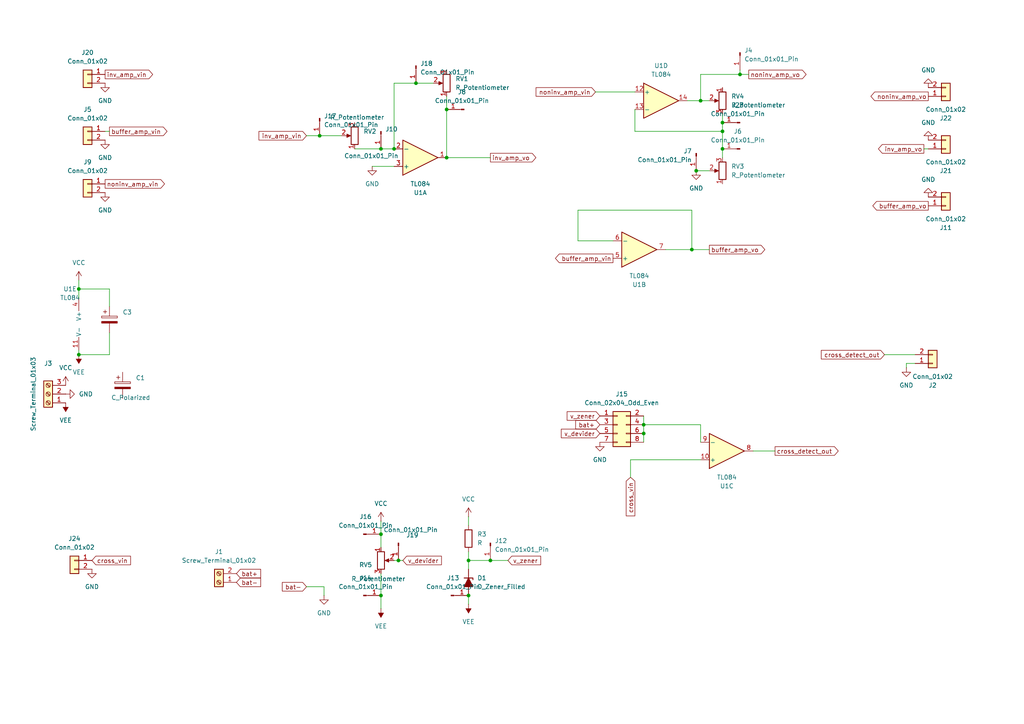
<source format=kicad_sch>
(kicad_sch (version 20250114) (generator "eeschema") (generator_version "9.0")
  (paper "A4")
  (lib_symbols
    (symbol "Amplifier_Operational:TL084" (pin_names (offset 0.127))
      (property "Reference" "U" (at 0 5.08 0))
      (property "Value" "TL084" (at 0 -5.08 0))
      (symbol "TL084_1_1"
        (polyline (pts (xy -5.08 5.08) (xy 5.08 0) (xy -5.08 -5.08) (xy -5.08 5.08)) (stroke (width 0.254)) (fill (type background)))
        (pin input line (at -7.62 2.54 0) (length 2.54) (name "+") (number "3"))
        (pin input line (at -7.62 -2.54 0) (length 2.54) (name "-") (number "2"))
        (pin output line (at 7.62 0 180) (length 2.54) (name "~") (number "1"))
      )
      (symbol "TL084_2_1"
        (polyline (pts (xy -5.08 5.08) (xy 5.08 0) (xy -5.08 -5.08) (xy -5.08 5.08)) (stroke (width 0.254)) (fill (type background)))
        (pin input line (at -7.62 2.54 0) (length 2.54) (name "+") (number "5"))
        (pin input line (at -7.62 -2.54 0) (length 2.54) (name "-") (number "6"))
        (pin output line (at 7.62 0 180) (length 2.54) (name "~") (number "7"))
      )
      (symbol "TL084_3_1"
        (polyline (pts (xy -5.08 5.08) (xy 5.08 0) (xy -5.08 -5.08) (xy -5.08 5.08)) (stroke (width 0.254)) (fill (type background)))
        (pin input line (at -7.62 2.54 0) (length 2.54) (name "+") (number "10"))
        (pin input line (at -7.62 -2.54 0) (length 2.54) (name "-") (number "9"))
        (pin output line (at 7.62 0 180) (length 2.54) (name "~") (number "8"))
      )
      (symbol "TL084_4_1"
        (polyline (pts (xy -5.08 5.08) (xy 5.08 0) (xy -5.08 -5.08) (xy -5.08 5.08)) (stroke (width 0.254)) (fill (type background)))
        (pin input line (at -7.62 2.54 0) (length 2.54) (name "+") (number "12"))
        (pin input line (at -7.62 -2.54 0) (length 2.54) (name "-") (number "13"))
        (pin output line (at 7.62 0 180) (length 2.54) (name "~") (number "14"))
      )
      (symbol "TL084_5_1"
        (pin power_in line (at -2.54 7.62 270) (length 3.81) (name "V+") (number "4"))
        (pin power_in line (at -2.54 -7.62 90) (length 3.81) (name "V-") (number "11"))
      )
    )
    (symbol "Connector:Conn_01x01_Pin" (pin_names (offset 1.016) (hide yes))
      (property "Reference" "J" (at 0 2.54 0))
      (property "Value" "Conn_01x01_Pin" (at 0 -2.54 0))
      (symbol "Conn_01x01_Pin_1_1"
        (rectangle (start 0.8636 0.127) (end 0 -0.127) (stroke (width 0.1524)) (fill (type outline)))
        (polyline (pts (xy 1.27 0) (xy 0.8636 0)) (stroke (width 0.1524)))
        (pin passive line (at 5.08 0 180) (length 3.81) (name "Pin_1") (number "1"))
      )
    )
    (symbol "Connector:Screw_Terminal_01x02" (pin_names (offset 1.016) (hide yes))
      (property "Reference" "J" (at 0 2.54 0))
      (property "Value" "Screw_Terminal_01x02" (at 0 -5.08 0))
      (symbol "Screw_Terminal_01x02_1_1"
        (rectangle (start -1.27 1.27) (end 1.27 -3.81) (stroke (width 0.254)) (fill (type background)))
        (polyline (pts (xy -0.5334 0.3302) (xy 0.3302 -0.508)) (stroke (width 0.1524)))
        (polyline (pts (xy -0.5334 -2.2098) (xy 0.3302 -3.048)) (stroke (width 0.1524)))
        (polyline (pts (xy -0.3556 0.508) (xy 0.508 -0.3302)) (stroke (width 0.1524)))
        (polyline (pts (xy -0.3556 -2.032) (xy 0.508 -2.8702)) (stroke (width 0.1524)))
        (circle (center 0 0) (radius 0.635) (stroke (width 0.1524)))
        (circle (center 0 -2.54) (radius 0.635) (stroke (width 0.1524)))
        (pin passive line (at -5.08 0 0) (length 3.81) (name "Pin_1") (number "1"))
        (pin passive line (at -5.08 -2.54 0) (length 3.81) (name "Pin_2") (number "2"))
      )
    )
    (symbol "Connector:Screw_Terminal_01x03" (pin_names (offset 1.016) (hide yes))
      (property "Reference" "J" (at 0 5.08 0))
      (property "Value" "Screw_Terminal_01x03" (at 0 -5.08 0))
      (symbol "Screw_Terminal_01x03_1_1"
        (rectangle (start -1.27 3.81) (end 1.27 -3.81) (stroke (width 0.254)) (fill (type background)))
        (polyline (pts (xy -0.5334 2.8702) (xy 0.3302 2.032)) (stroke (width 0.1524)))
        (polyline (pts (xy -0.5334 0.3302) (xy 0.3302 -0.508)) (stroke (width 0.1524)))
        (polyline (pts (xy -0.5334 -2.2098) (xy 0.3302 -3.048)) (stroke (width 0.1524)))
        (polyline (pts (xy -0.3556 3.048) (xy 0.508 2.2098)) (stroke (width 0.1524)))
        (polyline (pts (xy -0.3556 0.508) (xy 0.508 -0.3302)) (stroke (width 0.1524)))
        (polyline (pts (xy -0.3556 -2.032) (xy 0.508 -2.8702)) (stroke (width 0.1524)))
        (circle (center 0 2.54) (radius 0.635) (stroke (width 0.1524)))
        (circle (center 0 0) (radius 0.635) (stroke (width 0.1524)))
        (circle (center 0 -2.54) (radius 0.635) (stroke (width 0.1524)))
        (pin passive line (at -5.08 2.54 0) (length 3.81) (name "Pin_1") (number "1"))
        (pin passive line (at -5.08 0 0) (length 3.81) (name "Pin_2") (number "2"))
        (pin passive line (at -5.08 -2.54 0) (length 3.81) (name "Pin_3") (number "3"))
      )
    )
    (symbol "Connector_Generic:Conn_01x02" (pin_names (offset 1.016) (hide yes))
      (property "Reference" "J" (at 0 2.54 0))
      (property "Value" "Conn_01x02" (at 0 -5.08 0))
      (symbol "Conn_01x02_1_1"
        (rectangle (start -1.27 1.27) (end 1.27 -3.81) (stroke (width 0.254)) (fill (type background)))
        (rectangle (start -1.27 0.127) (end 0 -0.127) (stroke (width 0.1524)))
        (rectangle (start -1.27 -2.413) (end 0 -2.667) (stroke (width 0.1524)))
        (pin passive line (at -5.08 0 0) (length 3.81) (name "Pin_1") (number "1"))
        (pin passive line (at -5.08 -2.54 0) (length 3.81) (name "Pin_2") (number "2"))
      )
    )
    (symbol "Connector_Generic:Conn_02x04_Odd_Even" (pin_names (offset 1.016) (hide yes))
      (property "Reference" "J" (at 1.27 5.08 0))
      (property "Value" "Conn_02x04_Odd_Even" (at 1.27 -7.62 0))
      (symbol "Conn_02x04_Odd_Even_1_1"
        (rectangle (start -1.27 3.81) (end 3.81 -6.35) (stroke (width 0.254)) (fill (type background)))
        (rectangle (start -1.27 2.667) (end 0 2.413) (stroke (width 0.1524)))
        (rectangle (start -1.27 0.127) (end 0 -0.127) (stroke (width 0.1524)))
        (rectangle (start -1.27 -2.413) (end 0 -2.667) (stroke (width 0.1524)))
        (rectangle (start -1.27 -4.953) (end 0 -5.207) (stroke (width 0.1524)))
        (rectangle (start 3.81 2.667) (end 2.54 2.413) (stroke (width 0.1524)))
        (rectangle (start 3.81 0.127) (end 2.54 -0.127) (stroke (width 0.1524)))
        (rectangle (start 3.81 -2.413) (end 2.54 -2.667) (stroke (width 0.1524)))
        (rectangle (start 3.81 -4.953) (end 2.54 -5.207) (stroke (width 0.1524)))
        (pin passive line (at -5.08 2.54 0) (length 3.81) (name "Pin_1") (number "1"))
        (pin passive line (at -5.08 0 0) (length 3.81) (name "Pin_3") (number "3"))
        (pin passive line (at -5.08 -2.54 0) (length 3.81) (name "Pin_5") (number "5"))
        (pin passive line (at -5.08 -5.08 0) (length 3.81) (name "Pin_7") (number "7"))
        (pin passive line (at 7.62 2.54 180) (length 3.81) (name "Pin_2") (number "2"))
        (pin passive line (at 7.62 0 180) (length 3.81) (name "Pin_4") (number "4"))
        (pin passive line (at 7.62 -2.54 180) (length 3.81) (name "Pin_6") (number "6"))
        (pin passive line (at 7.62 -5.08 180) (length 3.81) (name "Pin_8") (number "8"))
      )
    )
    (symbol "Device:C_Polarized" (pin_numbers (hide yes)) (pin_names (offset 0.254))
      (property "Reference" "C" (at 0.635 2.54 0))
      (property "Value" "C_Polarized" (at 0.635 -2.54 0))
      (symbol "C_Polarized_0_1"
        (rectangle (start -2.286 0.508) (end 2.286 1.016))
        (polyline (pts (xy -1.778 2.286) (xy -0.762 2.286)))
        (polyline (pts (xy -1.27 2.794) (xy -1.27 1.778)))
        (rectangle (start 2.286 -0.508) (end -2.286 -1.016) (fill (type outline)))
      )
      (symbol "C_Polarized_1_1"
        (pin passive line (at 0 3.81 270) (length 2.794) (name "~") (number "1"))
        (pin passive line (at 0 -3.81 90) (length 2.794) (name "~") (number "2"))
      )
    )
    (symbol "Device:D_Zener_Filled" (pin_numbers (hide yes)) (pin_names (offset 1.016) (hide yes))
      (property "Reference" "D" (at 0 2.54 0))
      (property "Value" "D_Zener_Filled" (at 0 -2.54 0))
      (symbol "D_Zener_Filled_0_1"
        (polyline (pts (xy -1.27 -1.27) (xy -1.27 1.27) (xy -0.762 1.27)) (stroke (width 0.254)))
        (polyline (pts (xy 1.27 0) (xy -1.27 0)))
        (polyline (pts (xy 1.27 -1.27) (xy 1.27 1.27) (xy -1.27 0) (xy 1.27 -1.27)) (stroke (width 0.254)) (fill (type outline)))
      )
      (symbol "D_Zener_Filled_1_1"
        (pin passive line (at -3.81 0 0) (length 2.54) (name "K") (number "1"))
        (pin passive line (at 3.81 0 180) (length 2.54) (name "A") (number "2"))
      )
    )
    (symbol "Device:R" (pin_numbers (hide yes)) (pin_names (offset 0))
      (property "Reference" "R" (at 2.032 0 90))
      (property "Value" "R" (at 0 0 90))
      (symbol "R_0_1"
        (rectangle (start -1.016 -2.54) (end 1.016 2.54) (stroke (width 0.254)))
      )
      (symbol "R_1_1"
        (pin passive line (at 0 3.81 270) (length 1.27) (name "~") (number "1"))
        (pin passive line (at 0 -3.81 90) (length 1.27) (name "~") (number "2"))
      )
    )
    (symbol "Device:R_Potentiometer" (pin_names (offset 1.016) (hide yes))
      (property "Reference" "RV" (at -4.445 0 90))
      (property "Value" "R_Potentiometer" (at -2.54 0 90))
      (symbol "R_Potentiometer_0_1"
        (rectangle (start 1.016 2.54) (end -1.016 -2.54) (stroke (width 0.254)))
        (polyline (pts (xy 1.143 0) (xy 2.286 0.508) (xy 2.286 -0.508) (xy 1.143 0)) (fill (type outline)))
        (polyline (pts (xy 2.54 0) (xy 1.524 0)))
      )
      (symbol "R_Potentiometer_1_1"
        (pin passive line (at 0 3.81 270) (length 1.27) (name "1") (number "1"))
        (pin passive line (at 0 -3.81 90) (length 1.27) (name "3") (number "3"))
        (pin passive line (at 3.81 0 180) (length 1.27) (name "2") (number "2"))
      )
    )
    (symbol "power:GND" (power) (pin_numbers (hide yes)) (pin_names (offset 0) (hide yes))
      (property "Value" "GND" (at 0 -3.81 0))
      (symbol "GND_0_1"
        (polyline (pts (xy 0 0) (xy 0 -1.27) (xy 1.27 -1.27) (xy 0 -2.54) (xy -1.27 -1.27) (xy 0 -1.27)))
      )
      (symbol "GND_1_1"
        (pin power_in line (at 0 0 270) (length 0) (name "~") (number "1"))
      )
    )
    (symbol "power:VCC" (power) (pin_numbers (hide yes)) (pin_names (offset 0) (hide yes))
      (property "Value" "VCC" (at 0 3.556 0))
      (symbol "VCC_0_1"
        (polyline (pts (xy -0.762 1.27) (xy 0 2.54)))
        (polyline (pts (xy 0 2.54) (xy 0.762 1.27)))
        (polyline (pts (xy 0 0) (xy 0 2.54)))
      )
      (symbol "VCC_1_1"
        (pin power_in line (at 0 0 90) (length 0) (name "~") (number "1"))
      )
    )
    (symbol "power:VEE" (power) (pin_numbers (hide yes)) (pin_names (offset 0) (hide yes))
      (property "Value" "VEE" (at 0 3.556 0))
      (symbol "VEE_0_1"
        (polyline (pts (xy 0 0) (xy 0 2.54)))
        (polyline (pts (xy 0.762 1.27) (xy -0.762 1.27) (xy 0 2.54) (xy 0.762 1.27)) (fill (type outline)))
      )
      (symbol "VEE_1_1"
        (pin power_in line (at 0 0 90) (length 0) (name "~") (number "1"))
      )
    )
  )
  (junction (at 110.49 172.72))
  (junction (at 22.86 102.87))
  (junction (at 203.2 29.21))
  (junction (at 214.63 21.59))
  (junction (at 120.65 24.13))
  (junction (at 142.24 162.56))
  (junction (at 209.55 43.18))
  (junction (at 92.71 39.37))
  (junction (at 129.54 31.75))
  (junction (at 110.49 154.94))
  (junction (at 209.55 38.1))
  (junction (at 186.69 123.19))
  (junction (at 114.3 43.18))
  (junction (at 135.89 162.56))
  (junction (at 129.54 45.72))
  (junction (at 110.49 43.18))
  (junction (at 22.86 83.82))
  (junction (at 200.66 72.39))
  (junction (at 115.57 162.56))
  (junction (at 201.93 49.53))
  (junction (at 135.89 172.72))
  (junction (at 209.55 35.56))
  (junction (at 186.69 125.73))
  (wire (pts (xy 30.48 38.1) (xy 31.75 38.1)))
  (wire (pts (xy 129.54 31.75) (xy 129.54 27.94)))
  (wire (pts (xy 172.72 26.67) (xy 184.15 26.67)))
  (wire (pts (xy 114.3 24.13) (xy 120.65 24.13)))
  (wire (pts (xy 214.63 20.32) (xy 214.63 21.59)))
  (wire (pts (xy 200.66 72.39) (xy 205.74 72.39)))
  (wire (pts (xy 102.87 43.18) (xy 110.49 43.18)))
  (wire (pts (xy 129.54 45.72) (xy 129.54 31.75)))
  (wire (pts (xy 22.86 83.82) (xy 31.75 83.82)))
  (wire (pts (xy 88.9 39.37) (xy 92.71 39.37)))
  (wire (pts (xy 120.65 24.13) (xy 125.73 24.13)))
  (wire (pts (xy 203.2 29.21) (xy 205.74 29.21)))
  (wire (pts (xy 193.04 72.39) (xy 200.66 72.39)))
  (wire (pts (xy 209.55 35.56) (xy 209.55 38.1)))
  (wire (pts (xy 22.86 83.82) (xy 22.86 86.36)))
  (wire (pts (xy 110.49 166.37) (xy 110.49 172.72)))
  (wire (pts (xy 107.95 48.26) (xy 114.3 48.26)))
  (wire (pts (xy 88.9 170.18) (xy 93.98 170.18)))
  (wire (pts (xy 214.63 21.59) (xy 203.2 21.59)))
  (wire (pts (xy 262.89 106.68) (xy 262.89 105.41)))
  (wire (pts (xy 182.88 138.43) (xy 182.88 133.35)))
  (wire (pts (xy 142.24 162.56) (xy 147.32 162.56)))
  (wire (pts (xy 22.86 102.87) (xy 22.86 101.6)))
  (wire (pts (xy 201.93 49.53) (xy 205.74 49.53)))
  (wire (pts (xy 31.75 88.9) (xy 31.75 83.82)))
  (wire (pts (xy 209.55 33.02) (xy 209.55 35.56)))
  (wire (pts (xy 142.24 45.72) (xy 129.54 45.72)))
  (wire (pts (xy 135.89 149.86) (xy 135.89 152.4)))
  (wire (pts (xy 217.17 21.59) (xy 214.63 21.59)))
  (wire (pts (xy 224.79 130.81) (xy 218.44 130.81)))
  (wire (pts (xy 110.49 154.94) (xy 110.49 158.75)))
  (wire (pts (xy 269.24 43.18) (xy 267.97 43.18)))
  (wire (pts (xy 167.64 69.85) (xy 177.8 69.85)))
  (wire (pts (xy 256.54 102.87) (xy 265.43 102.87)))
  (wire (pts (xy 135.89 160.02) (xy 135.89 162.56)))
  (wire (pts (xy 262.89 105.41) (xy 265.43 105.41)))
  (wire (pts (xy 167.64 60.96) (xy 200.66 60.96)))
  (wire (pts (xy 22.86 102.87) (xy 31.75 102.87)))
  (wire (pts (xy 114.3 162.56) (xy 115.57 162.56)))
  (wire (pts (xy 184.15 38.1) (xy 209.55 38.1)))
  (wire (pts (xy 93.98 170.18) (xy 93.98 172.72)))
  (wire (pts (xy 31.75 96.52) (xy 31.75 102.87)))
  (wire (pts (xy 199.39 29.21) (xy 203.2 29.21)))
  (wire (pts (xy 115.57 162.56) (xy 116.84 162.56)))
  (wire (pts (xy 203.2 123.19) (xy 203.2 128.27)))
  (wire (pts (xy 92.71 39.37) (xy 99.06 39.37)))
  (wire (pts (xy 114.3 24.13) (xy 114.3 43.18)))
  (wire (pts (xy 209.55 38.1) (xy 209.55 43.18)))
  (wire (pts (xy 186.69 120.65) (xy 186.69 123.19)))
  (wire (pts (xy 110.49 172.72) (xy 110.49 176.53)))
  (wire (pts (xy 167.64 69.85) (xy 167.64 60.96)))
  (wire (pts (xy 186.69 125.73) (xy 186.69 128.27)))
  (wire (pts (xy 135.89 172.72) (xy 135.89 175.26)))
  (wire (pts (xy 110.49 43.18) (xy 114.3 43.18)))
  (wire (pts (xy 142.24 162.56) (xy 135.89 162.56)))
  (wire (pts (xy 203.2 21.59) (xy 203.2 29.21)))
  (wire (pts (xy 184.15 31.75) (xy 184.15 38.1)))
  (wire (pts (xy 200.66 60.96) (xy 200.66 72.39)))
  (wire (pts (xy 110.49 151.13) (xy 110.49 154.94)))
  (wire (pts (xy 135.89 162.56) (xy 135.89 165.1)))
  (wire (pts (xy 186.69 123.19) (xy 186.69 125.73)))
  (wire (pts (xy 186.69 123.19) (xy 203.2 123.19)))
  (wire (pts (xy 209.55 43.18) (xy 209.55 45.72)))
  (wire (pts (xy 22.86 81.28) (xy 22.86 83.82)))
  (wire (pts (xy 182.88 133.35) (xy 203.2 133.35)))
  (global_label "cross_vin" (shape input) (at 182.88 138.43 270) (property "Intersheetrefs" "${INTERSHEET_REFS}" (effects (hide yes))))
  (global_label "bat-" (shape input) (at 68.58 168.91 0) (property "Intersheetrefs" "${INTERSHEET_REFS}" (effects (hide yes))))
  (global_label "bat+" (shape input) (at 68.58 166.37 0) (property "Intersheetrefs" "${INTERSHEET_REFS}" (effects (hide yes))))
  (global_label "v_devider" (shape input) (at 173.99 125.73 180) (property "Intersheetrefs" "${INTERSHEET_REFS}" (effects (hide yes))))
  (global_label "v_devider" (shape input) (at 116.84 162.56 0) (property "Intersheetrefs" "${INTERSHEET_REFS}" (effects (hide yes))))
  (global_label "inv_amp_vin" (shape input) (at 88.9 39.37 180) (property "Intersheetrefs" "${INTERSHEET_REFS}" (effects (hide yes))))
  (global_label "inv_amp_vo" (shape output) (at 267.97 43.18 180) (property "Intersheetrefs" "${INTERSHEET_REFS}" (effects (hide yes))))
  (global_label "bat+" (shape input) (at 173.99 123.19 180) (property "Intersheetrefs" "${INTERSHEET_REFS}" (effects (hide yes))))
  (global_label "cross_detect_out" (shape output) (at 224.79 130.81 0) (property "Intersheetrefs" "${INTERSHEET_REFS}" (effects (hide yes))))
  (global_label "cross_vin" (shape input) (at 26.67 162.56 0) (property "Intersheetrefs" "${INTERSHEET_REFS}" (effects (hide yes))))
  (global_label "noninv_amp_vo" (shape output) (at 269.24 27.94 180) (property "Intersheetrefs" "${INTERSHEET_REFS}" (effects (hide yes))))
  (global_label "noninv_amp_vin" (shape input) (at 172.72 26.67 180) (property "Intersheetrefs" "${INTERSHEET_REFS}" (effects (hide yes))))
  (global_label "cross_detect_out" (shape input) (at 256.54 102.87 180) (property "Intersheetrefs" "${INTERSHEET_REFS}" (effects (hide yes))))
  (global_label "buffer_amp_vo" (shape output) (at 269.24 59.69 180) (property "Intersheetrefs" "${INTERSHEET_REFS}" (effects (hide yes))))
  (global_label "v_zener" (shape input) (at 173.99 120.65 180) (property "Intersheetrefs" "${INTERSHEET_REFS}" (effects (hide yes))))
  (global_label "noninv_amp_vo" (shape output) (at 217.17 21.59 0) (property "Intersheetrefs" "${INTERSHEET_REFS}" (effects (hide yes))))
  (global_label "bat-" (shape input) (at 88.9 170.18 180) (property "Intersheetrefs" "${INTERSHEET_REFS}" (effects (hide yes))))
  (global_label "noninv_amp_vin" (shape output) (at 30.48 53.34 0) (property "Intersheetrefs" "${INTERSHEET_REFS}" (effects (hide yes))))
  (global_label "inv_amp_vin" (shape output) (at 30.48 21.59 0) (property "Intersheetrefs" "${INTERSHEET_REFS}" (effects (hide yes))))
  (global_label "inv_amp_vo" (shape output) (at 142.24 45.72 0) (property "Intersheetrefs" "${INTERSHEET_REFS}" (effects (hide yes))))
  (global_label "buffer_amp_vin" (shape output) (at 31.75 38.1 0) (property "Intersheetrefs" "${INTERSHEET_REFS}" (effects (hide yes))))
  (global_label "v_zener" (shape input) (at 147.32 162.56 0) (property "Intersheetrefs" "${INTERSHEET_REFS}" (effects (hide yes))))
  (global_label "buffer_amp_vin" (shape output) (at 177.8 74.93 180) (property "Intersheetrefs" "${INTERSHEET_REFS}" (effects (hide yes))))
  (global_label "buffer_amp_vo" (shape output) (at 205.74 72.39 0) (property "Intersheetrefs" "${INTERSHEET_REFS}" (effects (hide yes))))
  (symbol (lib_id "Connector_Generic:Conn_01x02") (at 274.32 43.18 0) (mirror x) (unit 1)
    (property "Reference" "J21" (at 274.32 49.53 0))
    (property "Value" "Conn_01x02" (at 274.32 46.99 0))
    (property "Footprint" "Connector_PinHeader_2.54mm:PinHeader_1x02_P2.54mm_input" (effects (hide yes)))
    (property "Description" "Generic connector, single row, 01x02, script generated (kicad-library-utils/schlib/autogen/connector/)" (effects (hide yes)))
  )
  (symbol (lib_id "Device:D_Zener_Filled") (at 135.89 168.91 270) (unit 1)
    (property "Reference" "D1" (at 138.43 167.6399 90) (effects (justify left)))
    (property "Value" "D_Zener_Filled" (at 138.43 170.1799 90) (effects (justify left)))
    (property "Footprint" "Diode_THT:D_A-405_P10.16mm_Horizontal" (effects (hide yes)))
    (property "Description" "Zener diode, filled shape" (effects (hide yes)))
  )
  (symbol (lib_id "Connector:Conn_01x01_Pin") (at 120.65 19.05 270) (unit 1)
    (property "Reference" "J18" (at 121.92 18.4149 90) (effects (justify left)))
    (property "Value" "Conn_01x01_Pin" (at 121.92 20.9549 90) (effects (justify left)))
    (property "Footprint" "Connector_PinHeader_2.54mm:PinHeader_1x01_P2.54mm_Vertical" (effects (hide yes)))
    (property "Description" "Generic connector, single row, 01x01, script generated" (effects (hide yes)))
  )
  (symbol (lib_id "Amplifier_Operational:TL084") (at 185.42 72.39 0) (mirror x) (unit 2)
    (property "Reference" "U1" (at 185.42 82.55 0))
    (property "Value" "TL084" (at 185.42 80.01 0))
    (property "Footprint" "Package_DIP:DIP-14_W7.62mm_Socket_LongPads" (effects (hide yes)))
    (property "Datasheet" "http://www.ti.com/lit/ds/symlink/tl081.pdf" (effects (hide yes)))
    (property "Description" "Quad JFET-Input Operational Amplifiers, DIP-14/SOIC-14/SSOP-14" (effects (hide yes)))
  )
  (symbol (lib_id "power:VEE") (at 19.05 116.84 180) (unit 1)
    (property "Reference" "#PWR010" (effects (hide yes)))
    (property "Value" "VEE" (at 19.05 121.92 0))
    (property "Description" "Power symbol creates a global label with name \"VEE\"" (effects (hide yes)))
  )
  (symbol (lib_id "Connector:Conn_01x01_Pin") (at 142.24 157.48 270) (unit 1)
    (property "Reference" "J12" (at 143.51 156.8449 90) (effects (justify left)))
    (property "Value" "Conn_01x01_Pin" (at 143.51 159.3849 90) (effects (justify left)))
    (property "Footprint" "Connector_PinHeader_2.54mm:PinHeader_1x01_P2.54mm_Vertical" (effects (hide yes)))
    (property "Description" "Generic connector, single row, 01x01, script generated" (effects (hide yes)))
  )
  (symbol (lib_id "Connector_Generic:Conn_01x02") (at 25.4 53.34 0) (mirror y) (unit 1)
    (property "Reference" "J9" (at 25.4 46.99 0))
    (property "Value" "Conn_01x02" (at 25.4 49.53 0))
    (property "Footprint" "Connector_PinHeader_2.54mm:PinHeader_1x02_P2.54mm_input" (effects (hide yes)))
    (property "Description" "Generic connector, single row, 01x02, script generated (kicad-library-utils/schlib/autogen/connector/)" (effects (hide yes)))
  )
  (symbol (lib_id "power:GND") (at 26.67 165.1 0) (unit 1)
    (property "Reference" "#PWR014" (effects (hide yes)))
    (property "Value" "GND" (at 26.67 170.18 0))
    (property "Description" "Power symbol creates a global label with name \"GND\" , ground" (effects (hide yes)))
  )
  (symbol (lib_id "Device:R_Potentiometer") (at 110.49 162.56 0) (unit 1)
    (property "Reference" "RV5" (at 107.95 163.8301 0) (effects (justify right)))
    (property "Value" "R_Potentiometer" (at 117.602 167.894 0) (effects (justify right)))
    (property "Footprint" "Potentiometer_THT:Potentiometer_Bourns_3296W_Vertical" (effects (hide yes)))
    (property "Description" "Potentiometer" (effects (hide yes)))
  )
  (symbol (lib_id "power:VEE") (at 22.86 102.87 180) (unit 1)
    (property "Reference" "#PWR011" (effects (hide yes)))
    (property "Value" "VEE" (at 22.86 107.95 0))
    (property "Description" "Power symbol creates a global label with name \"VEE\"" (effects (hide yes)))
  )
  (symbol (lib_id "power:VEE") (at 135.89 175.26 180) (unit 1)
    (property "Reference" "#PWR04" (effects (hide yes)))
    (property "Value" "VEE" (at 135.89 180.34 0))
    (property "Description" "Power symbol creates a global label with name \"VEE\"" (effects (hide yes)))
  )
  (symbol (lib_id "power:GND") (at 93.98 172.72 0) (unit 1)
    (property "Reference" "#PWR05" (effects (hide yes)))
    (property "Value" "GND" (at 93.98 177.8 0))
    (property "Description" "Power symbol creates a global label with name \"GND\" , ground" (effects (hide yes)))
  )
  (symbol (lib_id "Connector_Generic:Conn_01x02") (at 21.59 162.56 0) (mirror y) (unit 1)
    (property "Reference" "J24" (at 21.59 156.21 0))
    (property "Value" "Conn_01x02" (at 21.59 158.75 0))
    (property "Footprint" "Connector_PinHeader_2.54mm:PinHeader_1x02_P2.54mm_input" (effects (hide yes)))
    (property "Description" "Generic connector, single row, 01x02, script generated (kicad-library-utils/schlib/autogen/connector/)" (effects (hide yes)))
  )
  (symbol (lib_id "Connector:Conn_01x01_Pin") (at 115.57 157.48 90) (mirror x) (unit 1)
    (property "Reference" "J19" (at 121.412 155.194 90) (effects (justify left)))
    (property "Value" "Conn_01x01_Pin" (at 127 153.67 90) (effects (justify left)))
    (property "Footprint" "Connector_PinHeader_2.54mm:PinHeader_1x01_P2.54mm_Vertical" (effects (hide yes)))
    (property "Description" "Generic connector, single row, 01x01, script generated" (effects (hide yes)))
  )
  (symbol (lib_id "Connector:Conn_01x01_Pin") (at 134.62 31.75 180) (unit 1)
    (property "Reference" "J8" (at 133.985 26.67 0))
    (property "Value" "Conn_01x01_Pin" (at 133.985 29.21 0))
    (property "Footprint" "Connector_PinHeader_2.54mm:PinHeader_1x01_P2.54mm_Vertical" (effects (hide yes)))
    (property "Description" "Generic connector, single row, 01x01, script generated" (effects (hide yes)))
  )
  (symbol (lib_id "power:GND") (at 269.24 40.64 180) (unit 1)
    (property "Reference" "#PWR021" (effects (hide yes)))
    (property "Value" "GND" (at 269.24 35.56 0))
    (property "Description" "Power symbol creates a global label with name \"GND\" , ground" (effects (hide yes)))
  )
  (symbol (lib_id "power:GND") (at 269.24 25.4 180) (unit 1)
    (property "Reference" "#PWR022" (effects (hide yes)))
    (property "Value" "GND" (at 269.24 20.32 0))
    (property "Description" "Power symbol creates a global label with name \"GND\" , ground" (effects (hide yes)))
  )
  (symbol (lib_id "Device:R_Potentiometer") (at 209.55 49.53 180) (unit 1)
    (property "Reference" "RV3" (at 212.09 48.2599 0) (effects (justify right)))
    (property "Value" "R_Potentiometer" (at 212.09 50.7999 0) (effects (justify right)))
    (property "Footprint" "Potentiometer_THT:Potentiometer_Bourns_3296W_Vertical" (effects (hide yes)))
    (property "Description" "Potentiometer" (effects (hide yes)))
  )
  (symbol (lib_id "Device:R") (at 135.89 156.21 0) (unit 1)
    (property "Reference" "R3" (at 138.43 154.9399 0) (effects (justify left)))
    (property "Value" "R" (at 138.43 157.4799 0) (effects (justify left)))
    (property "Footprint" "Resistor_THT:R_Axial_DIN0207_L6.3mm_D2.5mm_P7.62mm_Horizontal" (effects (hide yes)))
    (property "Description" "Resistor" (effects (hide yes)))
  )
  (symbol (lib_id "Connector:Conn_01x01_Pin") (at 105.41 172.72 0) (unit 1)
    (property "Reference" "J14" (at 106.045 167.64 0))
    (property "Value" "Conn_01x01_Pin" (at 106.045 170.18 0))
    (property "Footprint" "Connector_PinHeader_2.54mm:PinHeader_1x01_P2.54mm_Vertical" (effects (hide yes)))
    (property "Description" "Generic connector, single row, 01x01, script generated" (effects (hide yes)))
  )
  (symbol (lib_id "power:GND") (at 269.24 57.15 180) (unit 1)
    (property "Reference" "#PWR020" (effects (hide yes)))
    (property "Value" "GND" (at 269.24 52.07 0))
    (property "Description" "Power symbol creates a global label with name \"GND\" , ground" (effects (hide yes)))
  )
  (symbol (lib_id "Device:R_Potentiometer") (at 209.55 29.21 0) (mirror y) (unit 1)
    (property "Reference" "RV4" (at 212.09 27.9399 0) (effects (justify right)))
    (property "Value" "R_Potentiometer" (at 212.09 30.4799 0) (effects (justify right)))
    (property "Footprint" "Potentiometer_THT:Potentiometer_Bourns_3296W_Vertical" (effects (hide yes)))
    (property "Description" "Potentiometer" (effects (hide yes)))
  )
  (symbol (lib_id "Connector:Conn_01x01_Pin") (at 105.41 154.94 0) (unit 1)
    (property "Reference" "J16" (at 106.045 149.86 0))
    (property "Value" "Conn_01x01_Pin" (at 106.045 152.4 0))
    (property "Footprint" "Connector_PinHeader_2.54mm:PinHeader_1x01_P2.54mm_Vertical" (effects (hide yes)))
    (property "Description" "Generic connector, single row, 01x01, script generated" (effects (hide yes)))
  )
  (symbol (lib_id "Connector_Generic:Conn_01x02") (at 25.4 38.1 0) (mirror y) (unit 1)
    (property "Reference" "J5" (at 25.4 31.75 0))
    (property "Value" "Conn_01x02" (at 25.4 34.29 0))
    (property "Footprint" "Connector_PinHeader_2.54mm:PinHeader_1x02_P2.54mm_input" (effects (hide yes)))
    (property "Description" "Generic connector, single row, 01x02, script generated (kicad-library-utils/schlib/autogen/connector/)" (effects (hide yes)))
  )
  (symbol (lib_id "Connector_Generic:Conn_01x02") (at 274.32 59.69 0) (mirror x) (unit 1)
    (property "Reference" "J11" (at 274.32 66.04 0))
    (property "Value" "Conn_01x02" (at 274.32 63.5 0))
    (property "Footprint" "Connector_PinHeader_2.54mm:PinHeader_1x02_P2.54mm_input" (effects (hide yes)))
    (property "Description" "Generic connector, single row, 01x02, script generated (kicad-library-utils/schlib/autogen/connector/)" (effects (hide yes)))
  )
  (symbol (lib_id "Connector_Generic:Conn_01x02") (at 274.32 27.94 0) (mirror x) (unit 1)
    (property "Reference" "J22" (at 274.32 34.29 0))
    (property "Value" "Conn_01x02" (at 274.32 31.75 0))
    (property "Footprint" "Connector_PinHeader_2.54mm:PinHeader_1x02_P2.54mm_input" (effects (hide yes)))
    (property "Description" "Generic connector, single row, 01x02, script generated (kicad-library-utils/schlib/autogen/connector/)" (effects (hide yes)))
  )
  (symbol (lib_id "power:VEE") (at 110.49 176.53 180) (unit 1)
    (property "Reference" "#PWR03" (effects (hide yes)))
    (property "Value" "VEE" (at 110.49 181.61 0))
    (property "Description" "Power symbol creates a global label with name \"VEE\"" (effects (hide yes)))
  )
  (symbol (lib_id "power:VCC") (at 135.89 149.86 0) (unit 1)
    (property "Reference" "#PWR07" (effects (hide yes)))
    (property "Value" "VCC" (at 135.89 144.78 0))
    (property "Description" "Power symbol creates a global label with name \"VCC\"" (effects (hide yes)))
  )
  (symbol (lib_id "Connector:Screw_Terminal_01x03") (at 13.97 114.3 180) (unit 1)
    (property "Reference" "J3" (at 13.97 105.41 0))
    (property "Value" "Screw_Terminal_01x03" (at 9.652 114.3 90))
    (property "Footprint" "TerminalBlock:TerminalBlock_bornier-3_P5.08mm" (effects (hide yes)))
    (property "Description" "Generic screw terminal, single row, 01x03, script generated (kicad-library-utils/schlib/autogen/connector/)" (effects (hide yes)))
  )
  (symbol (lib_id "Connector:Screw_Terminal_01x02") (at 63.5 168.91 180) (unit 1)
    (property "Reference" "J1" (at 63.5 160.02 0))
    (property "Value" "Screw_Terminal_01x02" (at 63.5 162.56 0))
    (property "Footprint" "Connector_PinHeader_2.54mm:PinHeader_1x02_P2.54mm_Vertical" (effects (hide yes)))
    (property "Description" "Generic screw terminal, single row, 01x02, script generated (kicad-library-utils/schlib/autogen/connector/)" (effects (hide yes)))
  )
  (symbol (lib_id "Amplifier_Operational:TL084") (at 191.77 29.21 0) (unit 4)
    (property "Reference" "U1" (at 191.77 19.05 0))
    (property "Value" "TL084" (at 191.77 21.59 0))
    (property "Footprint" "Package_DIP:DIP-14_W7.62mm_Socket_LongPads" (effects (hide yes)))
    (property "Datasheet" "http://www.ti.com/lit/ds/symlink/tl081.pdf" (effects (hide yes)))
    (property "Description" "Quad JFET-Input Operational Amplifiers, DIP-14/SOIC-14/SSOP-14" (effects (hide yes)))
  )
  (symbol (lib_id "Device:R_Potentiometer") (at 102.87 39.37 180) (unit 1)
    (property "Reference" "RV2" (at 105.41 38.0999 0) (effects (justify right)))
    (property "Value" "R_Potentiometer" (at 95.758 34.036 0) (effects (justify right)))
    (property "Footprint" "Potentiometer_THT:Potentiometer_Bourns_3296W_Vertical" (effects (hide yes)))
    (property "Description" "Potentiometer" (effects (hide yes)))
  )
  (symbol (lib_id "power:GND") (at 19.05 114.3 90) (unit 1)
    (property "Reference" "#PWR08" (effects (hide yes)))
    (property "Value" "GND" (at 22.86 114.2999 90) (effects (justify right)))
    (property "Description" "Power symbol creates a global label with name \"GND\" , ground" (effects (hide yes)))
  )
  (symbol (lib_id "Device:C_Polarized") (at 31.75 92.71 0) (unit 1)
    (property "Reference" "C3" (at 35.56 90.5509 0) (effects (justify left)))
    (property "Value" "C_Polarized" (effects (hide yes)))
    (property "Footprint" "Capacitor_THT:CP_Radial_D8.0mm_P5.00mm" (effects (hide yes)))
    (property "Description" "Polarized capacitor" (effects (hide yes)))
  )
  (symbol (lib_id "power:VCC") (at 19.05 111.76 0) (unit 1)
    (property "Reference" "#PWR09" (effects (hide yes)))
    (property "Value" "VCC" (at 19.05 106.68 0))
    (property "Description" "Power symbol creates a global label with name \"VCC\"" (effects (hide yes)))
  )
  (symbol (lib_id "power:GND") (at 173.99 128.27 0) (unit 1)
    (property "Reference" "#PWR013" (effects (hide yes)))
    (property "Value" "GND" (at 173.99 133.35 0))
    (property "Description" "Power symbol creates a global label with name \"GND\" , ground" (effects (hide yes)))
  )
  (symbol (lib_id "Connector:Conn_01x01_Pin") (at 214.63 35.56 180) (unit 1)
    (property "Reference" "J23" (at 213.995 30.48 0))
    (property "Value" "Conn_01x01_Pin" (at 213.995 33.02 0))
    (property "Footprint" "Connector_PinHeader_2.54mm:PinHeader_1x01_P2.54mm_Vertical" (effects (hide yes)))
    (property "Description" "Generic connector, single row, 01x01, script generated" (effects (hide yes)))
  )
  (symbol (lib_id "power:VCC") (at 110.49 151.13 0) (unit 1)
    (property "Reference" "#PWR06" (effects (hide yes)))
    (property "Value" "VCC" (at 110.49 146.05 0))
    (property "Description" "Power symbol creates a global label with name \"VCC\"" (effects (hide yes)))
  )
  (symbol (lib_id "Device:C_Polarized") (at 35.56 111.76 0) (unit 1)
    (property "Reference" "C1" (at 39.37 109.6009 0) (effects (justify left)))
    (property "Value" "C_Polarized" (at 32.258 115.316 0) (effects (justify left)))
    (property "Footprint" "Capacitor_THT:CP_Radial_D8.0mm_P5.00mm" (effects (hide yes)))
    (property "Description" "Polarized capacitor" (effects (hide yes)))
  )
  (symbol (lib_id "power:GND") (at 30.48 24.13 0) (unit 1)
    (property "Reference" "#PWR018" (effects (hide yes)))
    (property "Value" "GND" (at 30.48 29.21 0))
    (property "Description" "Power symbol creates a global label with name \"GND\" , ground" (effects (hide yes)))
  )
  (symbol (lib_id "Connector:Conn_01x01_Pin") (at 214.63 43.18 180) (unit 1)
    (property "Reference" "J6" (at 213.995 38.1 0))
    (property "Value" "Conn_01x01_Pin" (at 213.995 40.64 0))
    (property "Footprint" "Connector_PinHeader_2.54mm:PinHeader_1x01_P2.54mm_Vertical" (effects (hide yes)))
    (property "Description" "Generic connector, single row, 01x01, script generated" (effects (hide yes)))
  )
  (symbol (lib_id "power:GND") (at 262.89 106.68 0) (unit 1)
    (property "Reference" "#PWR016" (effects (hide yes)))
    (property "Value" "GND" (at 262.89 111.76 0))
    (property "Description" "Power symbol creates a global label with name \"GND\" , ground" (effects (hide yes)))
  )
  (symbol (lib_id "power:GND") (at 30.48 40.64 0) (unit 1)
    (property "Reference" "#PWR017" (effects (hide yes)))
    (property "Value" "GND" (at 30.48 45.72 0))
    (property "Description" "Power symbol creates a global label with name \"GND\" , ground" (effects (hide yes)))
  )
  (symbol (lib_id "Connector_Generic:Conn_01x02") (at 25.4 21.59 0) (mirror y) (unit 1)
    (property "Reference" "J20" (at 25.4 15.24 0))
    (property "Value" "Conn_01x02" (at 25.4 17.78 0))
    (property "Footprint" "Connector_PinHeader_2.54mm:PinHeader_1x02_P2.54mm_input" (effects (hide yes)))
    (property "Description" "Generic connector, single row, 01x02, script generated (kicad-library-utils/schlib/autogen/connector/)" (effects (hide yes)))
  )
  (symbol (lib_id "Device:R_Potentiometer") (at 129.54 24.13 180) (unit 1)
    (property "Reference" "RV1" (at 132.08 22.8599 0) (effects (justify right)))
    (property "Value" "R_Potentiometer" (at 132.08 25.3999 0) (effects (justify right)))
    (property "Footprint" "Potentiometer_THT:Potentiometer_Bourns_3296W_Vertical" (effects (hide yes)))
    (property "Description" "Potentiometer" (effects (hide yes)))
  )
  (symbol (lib_id "Connector_Generic:Conn_01x02") (at 270.51 105.41 0) (mirror x) (unit 1)
    (property "Reference" "J2" (at 270.51 111.76 0))
    (property "Value" "Conn_01x02" (at 270.51 109.22 0))
    (property "Footprint" "Connector_PinHeader_2.54mm:PinHeader_1x02_P2.54mm_Vertical" (effects (hide yes)))
    (property "Description" "Generic connector, single row, 01x02, script generated (kicad-library-utils/schlib/autogen/connector/)" (effects (hide yes)))
  )
  (symbol (lib_id "Amplifier_Operational:TL084") (at 210.82 130.81 0) (mirror x) (unit 3)
    (property "Reference" "U1" (at 210.82 140.97 0))
    (property "Value" "TL084" (at 210.82 138.43 0))
    (property "Footprint" "Package_DIP:DIP-14_W7.62mm_Socket_LongPads" (effects (hide yes)))
    (property "Datasheet" "http://www.ti.com/lit/ds/symlink/tl081.pdf" (effects (hide yes)))
    (property "Description" "Quad JFET-Input Operational Amplifiers, DIP-14/SOIC-14/SSOP-14" (effects (hide yes)))
  )
  (symbol (lib_id "Connector:Conn_01x01_Pin") (at 201.93 44.45 90) (mirror x) (unit 1)
    (property "Reference" "J7" (at 200.66 43.8149 90) (effects (justify left)))
    (property "Value" "Conn_01x01_Pin" (at 200.66 46.3549 90) (effects (justify left)))
    (property "Footprint" "Connector_PinHeader_2.54mm:PinHeader_1x01_P2.54mm_Vertical" (effects (hide yes)))
    (property "Description" "Generic connector, single row, 01x01, script generated" (effects (hide yes)))
  )
  (symbol (lib_id "Connector_Generic:Conn_02x04_Odd_Even") (at 179.07 123.19 0) (unit 1)
    (property "Reference" "J15" (at 180.34 114.3 0))
    (property "Value" "Conn_02x04_Odd_Even" (at 180.34 116.84 0))
    (property "Description" "Generic connector, double row, 02x04, odd/even pin numbering scheme (row 1 odd numbers, row 2 even numbers), script generated (kicad-library-utils/schlib/autogen/connector/)" (effects (hide yes)))
  )
  (symbol (lib_id "Amplifier_Operational:TL084") (at 121.92 45.72 0) (mirror x) (unit 1)
    (property "Reference" "U1" (at 121.92 55.88 0))
    (property "Value" "TL084" (at 121.92 53.34 0))
    (property "Footprint" "Package_DIP:DIP-14_W7.62mm_Socket_LongPads" (effects (hide yes)))
    (property "Datasheet" "http://www.ti.com/lit/ds/symlink/tl081.pdf" (effects (hide yes)))
    (property "Description" "Quad JFET-Input Operational Amplifiers, DIP-14/SOIC-14/SSOP-14" (effects (hide yes)))
  )
  (symbol (lib_id "Connector:Conn_01x01_Pin") (at 130.81 172.72 0) (unit 1)
    (property "Reference" "J13" (at 131.445 167.64 0))
    (property "Value" "Conn_01x01_Pin" (at 131.445 170.18 0))
    (property "Footprint" "Connector_PinHeader_2.54mm:PinHeader_1x01_P2.54mm_Vertical" (effects (hide yes)))
    (property "Description" "Generic connector, single row, 01x01, script generated" (effects (hide yes)))
  )
  (symbol (lib_id "power:GND") (at 30.48 55.88 0) (unit 1)
    (property "Reference" "#PWR019" (effects (hide yes)))
    (property "Value" "GND" (at 30.48 60.96 0))
    (property "Description" "Power symbol creates a global label with name \"GND\" , ground" (effects (hide yes)))
  )
  (symbol (lib_id "power:GND") (at 201.93 49.53 0) (unit 1)
    (property "Reference" "#PWR02" (effects (hide yes)))
    (property "Value" "GND" (at 201.93 54.61 0))
    (property "Description" "Power symbol creates a global label with name \"GND\" , ground" (effects (hide yes)))
  )
  (symbol (lib_id "Amplifier_Operational:TL084") (at 20.32 93.98 0) (mirror y) (unit 5)
    (property "Reference" "U1" (at 20.32 83.82 0))
    (property "Value" "TL084" (at 20.32 86.36 0))
    (property "Footprint" "Package_DIP:DIP-14_W7.62mm_Socket_LongPads" (effects (hide yes)))
    (property "Datasheet" "http://www.ti.com/lit/ds/symlink/tl081.pdf" (effects (hide yes)))
    (property "Description" "Quad JFET-Input Operational Amplifiers, DIP-14/SOIC-14/SSOP-14" (effects (hide yes)))
  )
  (symbol (lib_id "Connector:Conn_01x01_Pin") (at 214.63 15.24 270) (unit 1)
    (property "Reference" "J4" (at 215.9 14.6049 90) (effects (justify left)))
    (property "Value" "Conn_01x01_Pin" (at 215.9 17.1449 90) (effects (justify left)))
    (property "Footprint" "Connector_PinHeader_2.54mm:PinHeader_1x01_P2.54mm_Vertical" (effects (hide yes)))
    (property "Description" "Generic connector, single row, 01x01, script generated" (effects (hide yes)))
  )
  (symbol (lib_id "Connector:Conn_01x01_Pin") (at 92.71 34.29 270) (unit 1)
    (property "Reference" "J17" (at 93.98 33.6549 90) (effects (justify left)))
    (property "Value" "Conn_01x01_Pin" (at 93.98 36.1949 90) (effects (justify left)))
    (property "Footprint" "Connector_PinHeader_2.54mm:PinHeader_1x01_P2.54mm_Vertical" (effects (hide yes)))
    (property "Description" "Generic connector, single row, 01x01, script generated" (effects (hide yes)))
  )
  (symbol (lib_id "power:GND") (at 107.95 48.26 0) (unit 1)
    (property "Reference" "#PWR01" (effects (hide yes)))
    (property "Value" "GND" (at 107.95 53.34 0))
    (property "Description" "Power symbol creates a global label with name \"GND\" , ground" (effects (hide yes)))
  )
  (symbol (lib_id "Connector:Conn_01x01_Pin") (at 110.49 38.1 270) (unit 1)
    (property "Reference" "J10" (at 111.76 37.4649 90) (effects (justify left)))
    (property "Value" "Conn_01x01_Pin" (at 99.822 45.212 90) (effects (justify left)))
    (property "Footprint" "Connector_PinHeader_2.54mm:PinHeader_1x01_P2.54mm_Vertical" (effects (hide yes)))
    (property "Description" "Generic connector, single row, 01x01, script generated" (effects (hide yes)))
  )
  (symbol (lib_id "power:VCC") (at 22.86 81.28 0) (unit 1)
    (property "Reference" "#PWR012" (effects (hide yes)))
    (property "Value" "VCC" (at 22.86 76.2 0))
    (property "Description" "Power symbol creates a global label with name \"VCC\"" (effects (hide yes)))
  )
)
</source>
